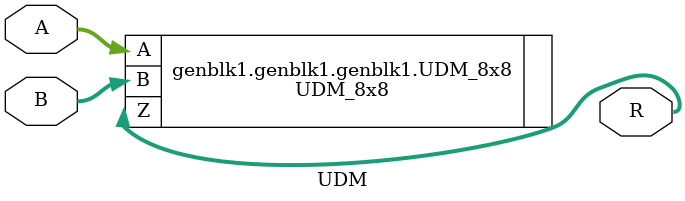
<source format=v>


`timescale 1ns / 1ps

module UDM #(parameter DW=8, WW=8, max_bw = (DW>WW)? DW:WW)
( 
  input    [DW-1:0] 	 A,
  input    [WW-1:0]      B, 
  output   [(DW+WW)-1:0] R   
//output  wire [2*WIDTH-1:0]	Z       
) ;

 
 generate 
   if(max_bw == 'd2)
     // code 1 : 2x2 Multiplier
        UDM_BB UDM2x2 (.A(A),.B(B),.Z(R));
	 
   else	if(max_bw == 'd4)
     // code 2 : 4x4 Multiplier
        UDM_4x4 UDM_4x4 (.A(A),.B(B),.Z(R));
	 
   else if(max_bw == 'd8)
     // code 3 : 8x8 Multiplier
	    UDM_8x8 UDM_8x8(.A(A),.B(B),.Z(R));
	 
   else if(max_bw == 'd16)
     // code 4 : 16x16 Multiplier
	    UDM_16x16 UDM_16x16 (.A(A),.B(B),.Z(R));
		
   else if(max_bw == 'd32)
     // code 5 : 32x32 Multiplier
	    UDM_32x32 UDM_32x32 (.A(A),.B(B),.Z(R));
	 
	 
endgenerate

endmodule

</source>
